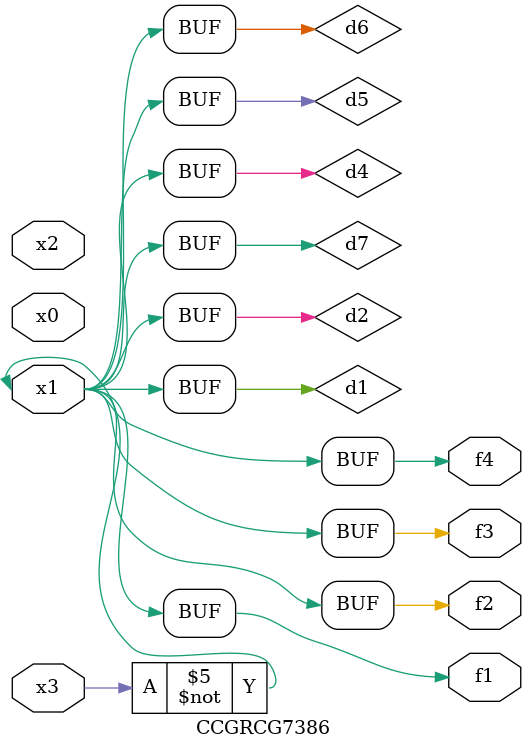
<source format=v>
module CCGRCG7386(
	input x0, x1, x2, x3,
	output f1, f2, f3, f4
);

	wire d1, d2, d3, d4, d5, d6, d7;

	not (d1, x3);
	buf (d2, x1);
	xnor (d3, d1, d2);
	nor (d4, d1);
	buf (d5, d1, d2);
	buf (d6, d4, d5);
	nand (d7, d4);
	assign f1 = d6;
	assign f2 = d7;
	assign f3 = d6;
	assign f4 = d6;
endmodule

</source>
